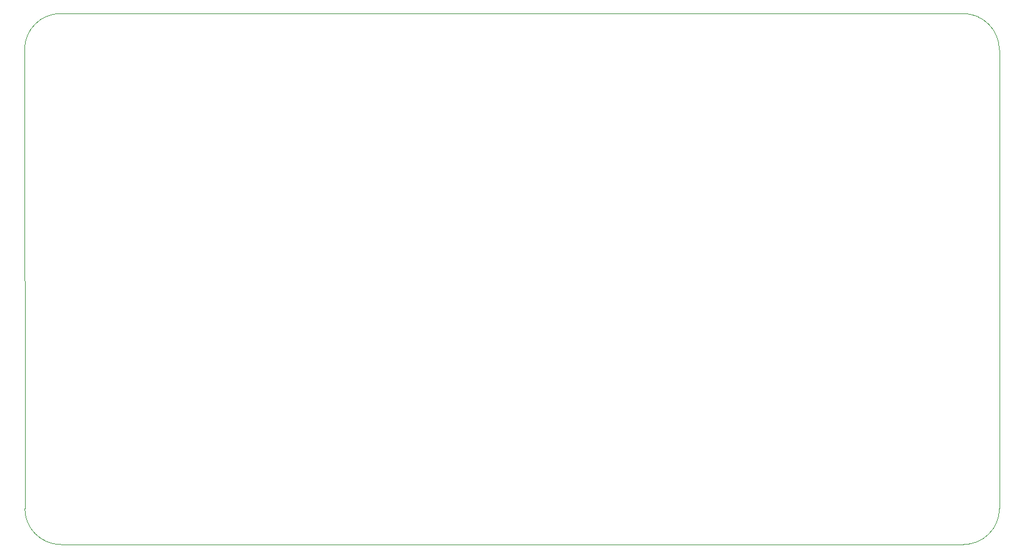
<source format=gbr>
%TF.GenerationSoftware,KiCad,Pcbnew,8.0.6*%
%TF.CreationDate,2024-12-01T20:16:54+01:00*%
%TF.ProjectId,puzzle1,70757a7a-6c65-4312-9e6b-696361645f70,rev?*%
%TF.SameCoordinates,Original*%
%TF.FileFunction,Profile,NP*%
%FSLAX46Y46*%
G04 Gerber Fmt 4.6, Leading zero omitted, Abs format (unit mm)*
G04 Created by KiCad (PCBNEW 8.0.6) date 2024-12-01 20:16:54*
%MOMM*%
%LPD*%
G01*
G04 APERTURE LIST*
%TA.AperFunction,Profile*%
%ADD10C,0.050000*%
%TD*%
G04 APERTURE END LIST*
D10*
X25000000Y-57950000D02*
G75*
G02*
X30000000Y-52950000I5000000J0D01*
G01*
X160014466Y-121514466D02*
G75*
G02*
X155014466Y-126514466I-4999966J-34D01*
G01*
X155014466Y-126514466D02*
X30035534Y-126514466D01*
X160000000Y-58000000D02*
X160014466Y-121514466D01*
X30035534Y-126514466D02*
G75*
G02*
X25035534Y-121514466I-4J4999996D01*
G01*
X25035534Y-121514466D02*
X25000000Y-57950000D01*
X154950000Y-52950000D02*
G75*
G02*
X160000000Y-58000000I0J-5050000D01*
G01*
X154950000Y-52950000D02*
X30000000Y-52950000D01*
M02*

</source>
